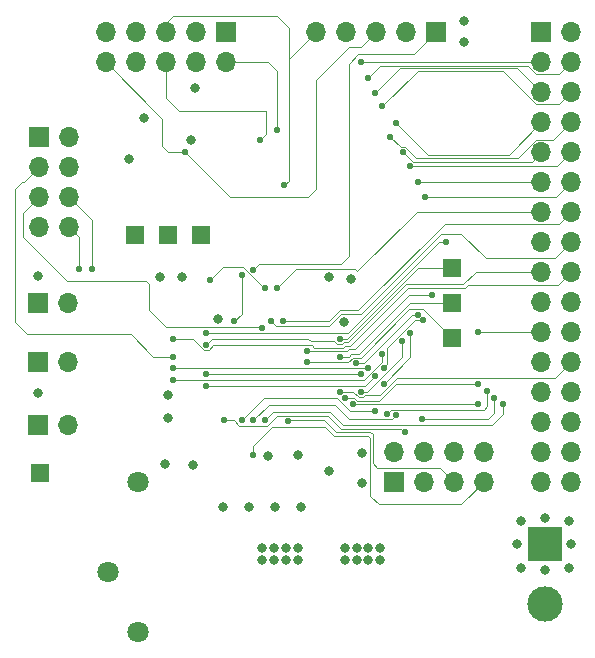
<source format=gbr>
%TF.GenerationSoftware,KiCad,Pcbnew,(6.0.6)*%
%TF.CreationDate,2022-09-22T18:41:47+01:00*%
%TF.ProjectId,ConverterBoard,436f6e76-6572-4746-9572-426f6172642e,rev?*%
%TF.SameCoordinates,Original*%
%TF.FileFunction,Copper,L4,Bot*%
%TF.FilePolarity,Positive*%
%FSLAX46Y46*%
G04 Gerber Fmt 4.6, Leading zero omitted, Abs format (unit mm)*
G04 Created by KiCad (PCBNEW (6.0.6)) date 2022-09-22 18:41:47*
%MOMM*%
%LPD*%
G01*
G04 APERTURE LIST*
%TA.AperFunction,ComponentPad*%
%ADD10R,1.700000X1.700000*%
%TD*%
%TA.AperFunction,ComponentPad*%
%ADD11O,1.700000X1.700000*%
%TD*%
%TA.AperFunction,ComponentPad*%
%ADD12R,1.500000X1.500000*%
%TD*%
%TA.AperFunction,ComponentPad*%
%ADD13R,3.000000X3.000000*%
%TD*%
%TA.AperFunction,ComponentPad*%
%ADD14C,3.000000*%
%TD*%
%TA.AperFunction,ComponentPad*%
%ADD15C,1.800000*%
%TD*%
%TA.AperFunction,ViaPad*%
%ADD16C,0.800000*%
%TD*%
%TA.AperFunction,ViaPad*%
%ADD17C,0.565000*%
%TD*%
%TA.AperFunction,Conductor*%
%ADD18C,0.100000*%
%TD*%
G04 APERTURE END LIST*
D10*
%TO.P,J3,1,Pin_1*%
%TO.N,GND*%
X119975000Y-93950000D03*
D11*
%TO.P,J3,2,Pin_2*%
%TO.N,Net-(C3-Pad1)*%
X122515000Y-93950000D03*
%TD*%
D12*
%TO.P,TP3,1,1*%
%TO.N,TIM16_CH2*%
X155000000Y-86000000D03*
%TD*%
D11*
%TO.P,ST-LINK1,10,Pin_10*%
%TO.N,SWO*%
X125730000Y-68580000D03*
%TO.P,ST-LINK1,9,Pin_9*%
%TO.N,unconnected-(ST-LINK1-Pad9)*%
X125730000Y-66040000D03*
%TO.P,ST-LINK1,8,Pin_8*%
%TO.N,+3.3V*%
X128270000Y-68580000D03*
%TO.P,ST-LINK1,7,Pin_7*%
X128270000Y-66040000D03*
%TO.P,ST-LINK1,6,Pin_6*%
%TO.N,SWDCLK*%
X130810000Y-68580000D03*
%TO.P,ST-LINK1,5,Pin_5*%
%TO.N,JTDI*%
X130810000Y-66040000D03*
%TO.P,ST-LINK1,4,Pin_4*%
%TO.N,GND*%
X133350000Y-68580000D03*
%TO.P,ST-LINK1,3,Pin_3*%
X133350000Y-66040000D03*
%TO.P,ST-LINK1,2,Pin_2*%
%TO.N,SWDIO*%
X135890000Y-68580000D03*
D10*
%TO.P,ST-LINK1,1,Pin_1*%
%TO.N,NRST*%
X135890000Y-66040000D03*
%TD*%
D13*
%TO.P,J1,1,Pin_1*%
%TO.N,GND*%
X162900000Y-109400000D03*
D14*
%TO.P,J1,2,Pin_2*%
%TO.N,+5V*%
X162900000Y-114480000D03*
%TD*%
D15*
%TO.P,RV1,1,1*%
%TO.N,+3.3VA*%
X128400000Y-104100000D03*
%TO.P,RV1,2,2*%
%TO.N,Net-(C4-Pad1)*%
X125860000Y-111720000D03*
%TO.P,RV1,3,3*%
%TO.N,GND*%
X128400000Y-116800000D03*
%TD*%
D10*
%TO.P,ENCODER1,1,Pin_1*%
%TO.N,Net-(ENCODER1-Pad1)*%
X153665000Y-66040000D03*
D11*
%TO.P,ENCODER1,2,Pin_2*%
%TO.N,GND*%
X151125000Y-66040000D03*
%TO.P,ENCODER1,3,Pin_3*%
%TO.N,SWO*%
X148585000Y-66040000D03*
%TO.P,ENCODER1,4,Pin_4*%
%TO.N,GND*%
X146045000Y-66040000D03*
%TO.P,ENCODER1,5,Pin_5*%
%TO.N,JTDI*%
X143505000Y-66040000D03*
%TD*%
%TO.P,J8,8,Pin_8*%
%TO.N,SPI_RESET*%
X122550000Y-82560000D03*
%TO.P,J8,7,Pin_7*%
%TO.N,SPI_DC*%
X120010000Y-82560000D03*
%TO.P,J8,6,Pin_6*%
%TO.N,SPI_CS*%
X122550000Y-80020000D03*
%TO.P,J8,5,Pin_5*%
%TO.N,SPI_MOSI*%
X120010000Y-80020000D03*
%TO.P,J8,4,Pin_4*%
%TO.N,GND*%
X122550000Y-77480000D03*
%TO.P,J8,3,Pin_3*%
%TO.N,SPI_SCK*%
X120010000Y-77480000D03*
%TO.P,J8,2,Pin_2*%
%TO.N,+3.3V*%
X122550000Y-74940000D03*
D10*
%TO.P,J8,1,Pin_1*%
%TO.N,Net-(J8-Pad1)*%
X120010000Y-74940000D03*
%TD*%
%TO.P,J5,1,Pin_1*%
%TO.N,GND*%
X119975000Y-99300000D03*
D11*
%TO.P,J5,2,Pin_2*%
%TO.N,Net-(C2-Pad1)*%
X122515000Y-99300000D03*
%TD*%
D12*
%TO.P,TP1,1,1*%
%TO.N,TIM1_CH1*%
X155000000Y-91900000D03*
%TD*%
%TO.P,TP6,1,1*%
%TO.N,TIM4_CH2*%
X128200000Y-83200000D03*
%TD*%
%TO.P,TP4,1,1*%
%TO.N,TIM3_CH2*%
X133800000Y-83200000D03*
%TD*%
%TO.P,TP2,1,1*%
%TO.N,TIM1_CH2*%
X155000000Y-89000000D03*
%TD*%
%TO.P,TP7,1,1*%
%TO.N,COMP1_OUT*%
X120100000Y-103400000D03*
%TD*%
D10*
%TO.P,J2,1,Pin_1*%
%TO.N,GND*%
X120000000Y-89000000D03*
D11*
%TO.P,J2,2,Pin_2*%
%TO.N,Net-(J2-Pad2)*%
X122540000Y-89000000D03*
%TD*%
D12*
%TO.P,TP5,1,1*%
%TO.N,TIM8_CH1*%
X131000000Y-83200000D03*
%TD*%
D10*
%TO.P,J6,1,Pin_1*%
%TO.N,GND*%
X162555000Y-66040000D03*
D11*
%TO.P,J6,2,Pin_2*%
%TO.N,+3.3V*%
X165095000Y-66040000D03*
%TO.P,J6,3,Pin_3*%
%TO.N,TFT_D1*%
X162555000Y-68580000D03*
%TO.P,J6,4,Pin_4*%
%TO.N,TFT_D0*%
X165095000Y-68580000D03*
%TO.P,J6,5,Pin_5*%
%TO.N,TFT_D3*%
X162555000Y-71120000D03*
%TO.P,J6,6,Pin_6*%
%TO.N,TFT_D2*%
X165095000Y-71120000D03*
%TO.P,J6,7,Pin_7*%
%TO.N,TFT_D5*%
X162555000Y-73660000D03*
%TO.P,J6,8,Pin_8*%
%TO.N,TFT_D4*%
X165095000Y-73660000D03*
%TO.P,J6,9,Pin_9*%
%TO.N,TFT_D7*%
X162555000Y-76200000D03*
%TO.P,J6,10,Pin_10*%
%TO.N,TFT_D6*%
X165095000Y-76200000D03*
%TO.P,J6,11,Pin_11*%
%TO.N,TFT_D9*%
X162555000Y-78740000D03*
%TO.P,J6,12,Pin_12*%
%TO.N,TFT_D8*%
X165095000Y-78740000D03*
%TO.P,J6,13,Pin_13*%
%TO.N,TFT_D11*%
X162555000Y-81280000D03*
%TO.P,J6,14,Pin_14*%
%TO.N,TFT_D10*%
X165095000Y-81280000D03*
%TO.P,J6,15,Pin_15*%
%TO.N,TFT_D13*%
X162555000Y-83820000D03*
%TO.P,J6,16,Pin_16*%
%TO.N,TFT_D12*%
X165095000Y-83820000D03*
%TO.P,J6,17,Pin_17*%
%TO.N,TFT_D15*%
X162555000Y-86360000D03*
%TO.P,J6,18,Pin_18*%
%TO.N,TFT_D14*%
X165095000Y-86360000D03*
%TO.P,J6,19,Pin_19*%
%TO.N,TFT_RS*%
X162555000Y-88900000D03*
%TO.P,J6,20,Pin_20*%
%TO.N,TFT_CS*%
X165095000Y-88900000D03*
%TO.P,J6,21,Pin_21*%
%TO.N,TFT_RD*%
X162555000Y-91440000D03*
%TO.P,J6,22,Pin_22*%
%TO.N,TFT_WR*%
X165095000Y-91440000D03*
%TO.P,J6,23,Pin_23*%
%TO.N,unconnected-(J6-Pad23)*%
X162555000Y-93980000D03*
%TO.P,J6,24,Pin_24*%
%TO.N,TFT_RESET*%
X165095000Y-93980000D03*
%TO.P,J6,25,Pin_25*%
%TO.N,unconnected-(J6-Pad25)*%
X162555000Y-96520000D03*
%TO.P,J6,26,Pin_26*%
%TO.N,unconnected-(J6-Pad26)*%
X165095000Y-96520000D03*
%TO.P,J6,27,Pin_27*%
%TO.N,unconnected-(J6-Pad27)*%
X162555000Y-99060000D03*
%TO.P,J6,28,Pin_28*%
%TO.N,unconnected-(J6-Pad28)*%
X165095000Y-99060000D03*
%TO.P,J6,29,Pin_29*%
%TO.N,unconnected-(J6-Pad29)*%
X162555000Y-101600000D03*
%TO.P,J6,30,Pin_30*%
%TO.N,unconnected-(J6-Pad30)*%
X165095000Y-101600000D03*
%TO.P,J6,31,Pin_31*%
%TO.N,unconnected-(J6-Pad31)*%
X162555000Y-104140000D03*
%TO.P,J6,32,Pin_32*%
%TO.N,unconnected-(J6-Pad32)*%
X165095000Y-104140000D03*
%TD*%
D10*
%TO.P,J7,1,Pin_1*%
%TO.N,+3.3V*%
X150100000Y-104100000D03*
D11*
%TO.P,J7,2,Pin_2*%
%TO.N,GND*%
X150100000Y-101560000D03*
%TO.P,J7,3,Pin_3*%
%TO.N,PB13*%
X152640000Y-104100000D03*
%TO.P,J7,4,Pin_4*%
%TO.N,PA5*%
X152640000Y-101560000D03*
%TO.P,J7,5,Pin_5*%
%TO.N,PB10*%
X155180000Y-104100000D03*
%TO.P,J7,6,Pin_6*%
%TO.N,PA7*%
X155180000Y-101560000D03*
%TO.P,J7,7,Pin_7*%
%TO.N,PB0*%
X157720000Y-104100000D03*
%TO.P,J7,8,Pin_8*%
%TO.N,PA10*%
X157720000Y-101560000D03*
%TD*%
D16*
%TO.N,GND*%
X141954977Y-101845023D03*
X156000000Y-66900000D03*
%TO.N,+3.3V*%
X156000000Y-65100000D03*
D17*
%TO.N,SPI_CS*%
X124500000Y-86100000D03*
%TO.N,SPI_RESET*%
X123400000Y-86100000D03*
D16*
%TO.N,GND*%
X135200000Y-90350500D03*
D17*
%TO.N,Net-(R6-Pad1)*%
X136600000Y-90500000D03*
D16*
%TO.N,GND*%
X137800000Y-106200000D03*
X119975000Y-96575000D03*
X140000000Y-106200000D03*
X120000000Y-86700000D03*
X133300000Y-70800000D03*
X139400000Y-101900000D03*
X132900000Y-75200000D03*
X142200000Y-106200000D03*
X162900000Y-107200000D03*
X147400000Y-101635000D03*
X160500000Y-109400000D03*
X160900000Y-111400000D03*
X131000000Y-98700000D03*
X146500000Y-86900000D03*
X135600000Y-106200000D03*
X130700000Y-102600000D03*
X162900000Y-111600000D03*
X145900000Y-90600000D03*
X165100000Y-109400000D03*
X164900000Y-111400000D03*
X160900000Y-107400000D03*
X127650000Y-76750000D03*
X130300000Y-86800000D03*
X130985465Y-96739354D03*
X164900000Y-107400000D03*
%TO.N,+3.3V*%
X147945000Y-109695000D03*
X147945000Y-110695000D03*
X147400000Y-104200000D03*
X148945000Y-110695000D03*
X146945000Y-110695000D03*
X141945000Y-109695000D03*
X144600000Y-103200000D03*
X146945000Y-109695000D03*
X145945000Y-110695000D03*
X145945000Y-109695000D03*
X148945000Y-109695000D03*
X141945000Y-110695000D03*
X139945000Y-109695000D03*
X133115201Y-102715201D03*
X138945000Y-109695000D03*
X139945000Y-110695000D03*
X140945000Y-110695000D03*
X132200000Y-86800000D03*
X140945000Y-109695000D03*
X144600000Y-86800000D03*
X138945000Y-110695000D03*
X128900000Y-73300000D03*
D17*
%TO.N,JTDI*%
X140800000Y-79000000D03*
%TO.N,SWDCLK*%
X138800000Y-75200000D03*
%TO.N,SWDIO*%
X140200000Y-74300000D03*
%TO.N,SWO*%
X132400000Y-76200000D03*
%TO.N,TFT_D1*%
X147300000Y-95000000D03*
X147320000Y-68580000D03*
X134200000Y-95000000D03*
%TO.N,TFT_D0*%
X131400000Y-94500000D03*
X147900000Y-69900000D03*
X147900000Y-94500000D03*
%TO.N,TFT_D3*%
X148536043Y-95136043D03*
X134200000Y-96000000D03*
X148500000Y-71200000D03*
%TO.N,TFT_D2*%
X131400000Y-95500000D03*
X149100000Y-93300000D03*
X149100000Y-72300000D03*
%TO.N,TFT_D5*%
X138200000Y-98900000D03*
X150300000Y-73700000D03*
X150300000Y-98449500D03*
%TO.N,TFT_D4*%
X149800000Y-74900000D03*
X148500000Y-98100000D03*
X137200000Y-98900000D03*
%TO.N,TFT_D7*%
X147300000Y-96500000D03*
X150800000Y-92200000D03*
X150900000Y-76200000D03*
%TO.N,TFT_D6*%
X151500000Y-91500000D03*
X151500000Y-77400000D03*
X149250500Y-95800000D03*
%TO.N,TFT_D9*%
X152100000Y-89949500D03*
X146870500Y-94050500D03*
X152100000Y-78700000D03*
%TO.N,TFT_D8*%
X152700000Y-80000000D03*
X152600000Y-90400000D03*
X149234345Y-94437741D03*
%TO.N,TFT_D11*%
X140200000Y-87700000D03*
%TO.N,TFT_D10*%
X140680000Y-90498000D03*
%TO.N,TFT_D13*%
X154500000Y-83800000D03*
X134200000Y-91500000D03*
%TO.N,TFT_D12*%
X139700000Y-90500000D03*
%TO.N,TFT_D15*%
X134200000Y-92500000D03*
%TO.N,TFT_D14*%
X131400000Y-92000000D03*
%TO.N,TFT_RS*%
X158000000Y-96400000D03*
X149500000Y-98350500D03*
%TO.N,TFT_CS*%
X152500000Y-98800500D03*
X158600000Y-97000000D03*
%TO.N,TFT_RD*%
X157200000Y-91400000D03*
X157200000Y-95800000D03*
X146000000Y-97000000D03*
%TO.N,TFT_WR*%
X159300000Y-97500000D03*
X139200000Y-98900000D03*
%TO.N,TFT_RESET*%
X145500000Y-96500000D03*
%TO.N,PB13*%
X146600000Y-97500000D03*
X157200000Y-97500000D03*
%TO.N,PB10*%
X141132155Y-98967845D03*
%TO.N,PB0*%
X138200000Y-101800000D03*
%TO.N,PA10*%
X153300000Y-88300000D03*
X142700000Y-93000000D03*
%TO.N,PA5*%
X135700000Y-98900000D03*
X151000000Y-99900000D03*
%TO.N,SPI_SCK*%
X131400000Y-93500000D03*
%TO.N,SPI_MOSI*%
X138900000Y-91068000D03*
%TO.N,SPI_RESET*%
X134500000Y-87000000D03*
X139200000Y-87700000D03*
%TO.N,Net-(R6-Pad1)*%
X137200000Y-86568000D03*
%TO.N,TIM1_CH1*%
X142700000Y-94000000D03*
%TO.N,TIM1_CH2*%
X145500000Y-93500000D03*
%TO.N,TIM16_CH2*%
X145500000Y-92000000D03*
%TO.N,Net-(ENCODER1-Pad1)*%
X138200000Y-86200000D03*
%TD*%
D18*
%TO.N,PA5*%
X136563603Y-98900000D02*
X135700000Y-98900000D01*
X137013603Y-99350000D02*
X136563603Y-98900000D01*
X139386397Y-99350000D02*
X137013603Y-99350000D01*
X140236397Y-98500000D02*
X139386397Y-99350000D01*
X145651472Y-99600000D02*
X144551472Y-98500000D01*
X150700000Y-99600000D02*
X145651472Y-99600000D01*
X151000000Y-99900000D02*
X150700000Y-99600000D01*
X144551472Y-98500000D02*
X140236397Y-98500000D01*
%TO.N,PB0*%
X138200000Y-101100000D02*
X138200000Y-101800000D01*
X144300000Y-99500000D02*
X139800000Y-99500000D01*
X145000000Y-100200000D02*
X144300000Y-99500000D01*
X148100000Y-100400000D02*
X147900000Y-100200000D01*
X148100000Y-105300000D02*
X148100000Y-100400000D01*
X148800000Y-106000000D02*
X148100000Y-105300000D01*
X155820000Y-106000000D02*
X148800000Y-106000000D01*
X157720000Y-104100000D02*
X155820000Y-106000000D01*
X139800000Y-99500000D02*
X138200000Y-101100000D01*
%TO.N,PB10*%
X148700000Y-102900000D02*
X153980000Y-102900000D01*
X148300000Y-100100000D02*
X148300000Y-102500000D01*
X148300000Y-102500000D02*
X148700000Y-102900000D01*
X148100000Y-99900000D02*
X148300000Y-100100000D01*
X144200000Y-98900000D02*
X145200000Y-99900000D01*
%TO.N,PB0*%
X147900000Y-100200000D02*
X145000000Y-100200000D01*
%TO.N,PB10*%
X141200000Y-98900000D02*
X144200000Y-98900000D01*
X141132155Y-98967845D02*
X141200000Y-98900000D01*
X145200000Y-99900000D02*
X148100000Y-99900000D01*
X153980000Y-102900000D02*
X155180000Y-104100000D01*
%TO.N,TFT_D5*%
X153000000Y-76400000D02*
X150300000Y-73700000D01*
X159815000Y-76400000D02*
X153000000Y-76400000D01*
X162555000Y-73660000D02*
X159815000Y-76400000D01*
%TO.N,TFT_D4*%
X162140786Y-75200000D02*
X163555000Y-75200000D01*
X151079148Y-75767500D02*
X152011648Y-76700000D01*
X150720852Y-75767500D02*
X151079148Y-75767500D01*
X160640786Y-76700000D02*
X162140786Y-75200000D01*
X150694176Y-75794176D02*
X150720852Y-75767500D01*
X152011648Y-76700000D02*
X160640786Y-76700000D01*
X163555000Y-75200000D02*
X165095000Y-73660000D01*
X149800000Y-74900000D02*
X150694176Y-75794176D01*
%TO.N,TFT_D7*%
X161755000Y-77000000D02*
X151700000Y-77000000D01*
X151700000Y-77000000D02*
X150900000Y-76200000D01*
X162555000Y-76200000D02*
X161755000Y-77000000D01*
%TO.N,TFT_D2*%
X152100000Y-69300000D02*
X149100000Y-72300000D01*
X162140786Y-72120000D02*
X159320786Y-69300000D01*
X164095000Y-72120000D02*
X162140786Y-72120000D01*
X165095000Y-71120000D02*
X164095000Y-72120000D01*
X159320786Y-69300000D02*
X152100000Y-69300000D01*
%TO.N,TFT_D3*%
X150600000Y-69100000D02*
X148500000Y-71200000D01*
X160535000Y-69100000D02*
X150600000Y-69100000D01*
X162555000Y-71120000D02*
X160535000Y-69100000D01*
%TO.N,TFT_D0*%
X148900000Y-68900000D02*
X147900000Y-69900000D01*
X164095000Y-69580000D02*
X162140786Y-69580000D01*
X162140786Y-69580000D02*
X161460786Y-68900000D01*
X161460786Y-68900000D02*
X148900000Y-68900000D01*
X165095000Y-68580000D02*
X164095000Y-69580000D01*
%TO.N,TFT_D8*%
X163835000Y-80000000D02*
X152700000Y-80000000D01*
X165095000Y-78740000D02*
X163835000Y-80000000D01*
%TO.N,JTDI*%
X141200000Y-68345000D02*
X141200000Y-69300000D01*
X143505000Y-66040000D02*
X141200000Y-68345000D01*
X141200000Y-69300000D02*
X141200000Y-78600000D01*
X141200000Y-65700000D02*
X141200000Y-69300000D01*
%TO.N,SPI_RESET*%
X123400000Y-83410000D02*
X122550000Y-82560000D01*
X123400000Y-86100000D02*
X123400000Y-83410000D01*
%TO.N,SPI_CS*%
X124500000Y-81970000D02*
X122550000Y-80020000D01*
X124500000Y-86100000D02*
X124500000Y-81970000D01*
%TO.N,Net-(R6-Pad1)*%
X137200000Y-89900000D02*
X136600000Y-90500000D01*
X137200000Y-86568000D02*
X137200000Y-89900000D01*
%TO.N,SPI_RESET*%
X135600000Y-85900000D02*
X134500000Y-87000000D01*
X137288352Y-85900000D02*
X135600000Y-85900000D01*
X139088352Y-87700000D02*
X137288352Y-85900000D01*
X139200000Y-87700000D02*
X139088352Y-87700000D01*
%TO.N,SPI_MOSI*%
X118700000Y-81330000D02*
X120010000Y-80020000D01*
X122400000Y-87100000D02*
X118700000Y-83400000D01*
X129100000Y-87100000D02*
X122400000Y-87100000D01*
X130800000Y-91000000D02*
X129400000Y-89600000D01*
X129400000Y-87400000D02*
X129100000Y-87100000D01*
X138832000Y-91000000D02*
X130800000Y-91000000D01*
X129400000Y-89600000D02*
X129400000Y-87400000D01*
X138900000Y-91068000D02*
X138832000Y-91000000D01*
X118700000Y-83400000D02*
X118700000Y-81330000D01*
%TO.N,TFT_D15*%
X134700000Y-92000000D02*
X134200000Y-92500000D01*
X142860661Y-92000000D02*
X134700000Y-92000000D01*
X143060661Y-92200000D02*
X142860661Y-92000000D01*
X145063603Y-92200000D02*
X143060661Y-92200000D01*
X146248528Y-92300000D02*
X145836397Y-92300000D01*
X145836397Y-92300000D02*
X145686397Y-92450000D01*
X145313603Y-92450000D02*
X145063603Y-92200000D01*
X155975736Y-87400000D02*
X151148528Y-87400000D01*
X157015736Y-86360000D02*
X155975736Y-87400000D01*
X162555000Y-86360000D02*
X157015736Y-86360000D01*
X151148528Y-87400000D02*
X146248528Y-92300000D01*
X145686397Y-92450000D02*
X145313603Y-92450000D01*
%TO.N,TFT_D14*%
X164020000Y-87435000D02*
X156365000Y-87435000D01*
X165095000Y-86360000D02*
X164020000Y-87435000D01*
X151272792Y-87700000D02*
X146372792Y-92600000D01*
X156365000Y-87435000D02*
X156100000Y-87700000D01*
X145960661Y-92600000D02*
X145810661Y-92750000D01*
X156100000Y-87700000D02*
X151272792Y-87700000D01*
X146372792Y-92600000D02*
X145960661Y-92600000D01*
X145810661Y-92750000D02*
X143334925Y-92750000D01*
X143334925Y-92750000D02*
X143134925Y-92550000D01*
X143134925Y-92550000D02*
X134786397Y-92550000D01*
X134786397Y-92550000D02*
X134403897Y-92932500D01*
X134403897Y-92932500D02*
X134020852Y-92932500D01*
X134020852Y-92932500D02*
X133088352Y-92000000D01*
X133088352Y-92000000D02*
X131400000Y-92000000D01*
%TO.N,Net-(ENCODER1-Pad1)*%
X151805000Y-67900000D02*
X153665000Y-66040000D01*
X146300000Y-85000000D02*
X146300000Y-68700000D01*
X146300000Y-68700000D02*
X147100000Y-67900000D01*
X145600000Y-85700000D02*
X146300000Y-85000000D01*
X138700000Y-85700000D02*
X145600000Y-85700000D01*
X138200000Y-86200000D02*
X138700000Y-85700000D01*
X147100000Y-67900000D02*
X151805000Y-67900000D01*
%TO.N,SWO*%
X146300000Y-67300000D02*
X147325000Y-67300000D01*
X143500000Y-70100000D02*
X146300000Y-67300000D01*
X143500000Y-79300000D02*
X143500000Y-70100000D01*
X136200000Y-80000000D02*
X142800000Y-80000000D01*
X132400000Y-76200000D02*
X136200000Y-80000000D01*
X142800000Y-80000000D02*
X143500000Y-79300000D01*
X147325000Y-67300000D02*
X148585000Y-66040000D01*
%TO.N,JTDI*%
X130810000Y-66040000D02*
X130810000Y-65290000D01*
X141200000Y-78600000D02*
X140800000Y-79000000D01*
X130810000Y-65290000D02*
X131400000Y-64700000D01*
X140200000Y-64700000D02*
X141200000Y-65700000D01*
X131400000Y-64700000D02*
X140200000Y-64700000D01*
%TO.N,SWDCLK*%
X139300000Y-72700000D02*
X139300000Y-74700000D01*
X139300000Y-74700000D02*
X138800000Y-75200000D01*
X130810000Y-68580000D02*
X130810000Y-71610000D01*
X130810000Y-71610000D02*
X131900000Y-72700000D01*
X131900000Y-72700000D02*
X139300000Y-72700000D01*
%TO.N,SWDIO*%
X139480000Y-68580000D02*
X140200000Y-69300000D01*
X140200000Y-69300000D02*
X140200000Y-74300000D01*
X135890000Y-68580000D02*
X139480000Y-68580000D01*
%TO.N,SWO*%
X131000000Y-76200000D02*
X132400000Y-76200000D01*
X130500000Y-73350000D02*
X130500000Y-75700000D01*
X130500000Y-75700000D02*
X131000000Y-76200000D01*
X125730000Y-68580000D02*
X130500000Y-73350000D01*
%TO.N,TFT_D1*%
X147300000Y-95000000D02*
X134200000Y-95000000D01*
X162555000Y-68580000D02*
X147320000Y-68580000D01*
%TO.N,TFT_D0*%
X147900000Y-94500000D02*
X131400000Y-94500000D01*
%TO.N,TFT_D3*%
X147672086Y-96000000D02*
X134200000Y-96000000D01*
X148536043Y-95136043D02*
X147672086Y-96000000D01*
%TO.N,TFT_D2*%
X149100000Y-93936397D02*
X147536397Y-95500000D01*
X147536397Y-95500000D02*
X131400000Y-95500000D01*
X149100000Y-93300000D02*
X149100000Y-93936397D01*
%TO.N,TFT_D5*%
X145135690Y-97600000D02*
X139500000Y-97600000D01*
X150300000Y-98449500D02*
X149949500Y-98800000D01*
X146335690Y-98800000D02*
X145135690Y-97600000D01*
X139500000Y-97600000D02*
X138200000Y-98900000D01*
X149949500Y-98800000D02*
X146335690Y-98800000D01*
%TO.N,TFT_D4*%
X146400000Y-98100000D02*
X148500000Y-98100000D01*
X145300000Y-97000000D02*
X146400000Y-98100000D01*
X137200000Y-98900000D02*
X139100000Y-97000000D01*
X139100000Y-97000000D02*
X145300000Y-97000000D01*
%TO.N,TFT_D7*%
X150800000Y-92200000D02*
X150800000Y-93508483D01*
X150800000Y-93508483D02*
X147808483Y-96500000D01*
X147808483Y-96500000D02*
X147300000Y-96500000D01*
%TO.N,TFT_D6*%
X151500000Y-93572086D02*
X151500000Y-91500000D01*
X163895000Y-77400000D02*
X165095000Y-76200000D01*
X149250500Y-95800000D02*
X149272086Y-95800000D01*
X151500000Y-77400000D02*
X163895000Y-77400000D01*
X149272086Y-95800000D02*
X151500000Y-93572086D01*
%TO.N,TFT_D9*%
X146870500Y-94050500D02*
X147549500Y-94050500D01*
X147549500Y-94050500D02*
X151650500Y-89949500D01*
X162555000Y-78740000D02*
X152140000Y-78740000D01*
X152140000Y-78740000D02*
X152100000Y-78700000D01*
X151650500Y-89949500D02*
X152100000Y-89949500D01*
%TO.N,TFT_D8*%
X152600000Y-90400000D02*
X151900000Y-90400000D01*
X149550000Y-92750000D02*
X149550000Y-94122086D01*
X151900000Y-90400000D02*
X149550000Y-92750000D01*
X149550000Y-94122086D02*
X149234345Y-94437741D01*
%TO.N,TFT_D11*%
X152020000Y-81280000D02*
X162555000Y-81280000D01*
X140200000Y-87700000D02*
X141775000Y-86125000D01*
X141775000Y-86125000D02*
X146825000Y-86125000D01*
X146825000Y-86125000D02*
X147000000Y-86300000D01*
X147000000Y-86300000D02*
X152020000Y-81280000D01*
%TO.N,TFT_D10*%
X145500000Y-89600000D02*
X144600000Y-90500000D01*
X140680000Y-90500000D02*
X140680000Y-90498000D01*
X164095000Y-82280000D02*
X154420000Y-82280000D01*
X147100000Y-89600000D02*
X145500000Y-89600000D01*
X154420000Y-82280000D02*
X147100000Y-89600000D01*
X165095000Y-81280000D02*
X164095000Y-82280000D01*
X144600000Y-90500000D02*
X140680000Y-90500000D01*
%TO.N,TFT_D13*%
X146200000Y-91500000D02*
X134200000Y-91500000D01*
X154500000Y-83800000D02*
X153900000Y-83800000D01*
X153900000Y-83800000D02*
X146200000Y-91500000D01*
%TO.N,TFT_D12*%
X163750011Y-85164989D02*
X157864989Y-85164989D01*
X157864989Y-85164989D02*
X155800000Y-83100000D01*
X144594264Y-90930000D02*
X140130000Y-90930000D01*
X154100000Y-83100000D02*
X147300000Y-89900000D01*
X165095000Y-83820000D02*
X163750011Y-85164989D01*
X140130000Y-90930000D02*
X139700000Y-90500000D01*
X145624264Y-89900000D02*
X144594264Y-90930000D01*
X147300000Y-89900000D02*
X145624264Y-89900000D01*
X155800000Y-83100000D02*
X154100000Y-83100000D01*
%TO.N,TFT_RS*%
X149500000Y-98350500D02*
X149850500Y-98000000D01*
X149850500Y-98000000D02*
X157700000Y-98000000D01*
X157700000Y-98000000D02*
X158000000Y-97700000D01*
X158000000Y-97700000D02*
X158000000Y-96400000D01*
%TO.N,TFT_CS*%
X152500000Y-98800500D02*
X158099500Y-98800500D01*
X158600000Y-98300000D02*
X158600000Y-97000000D01*
X158099500Y-98800500D02*
X158600000Y-98300000D01*
%TO.N,TFT_RD*%
X146739339Y-97000000D02*
X146989339Y-97250000D01*
X150311161Y-95800000D02*
X157200000Y-95800000D01*
X146989339Y-97250000D02*
X148861161Y-97250000D01*
X157240000Y-91440000D02*
X157200000Y-91400000D01*
X162555000Y-91440000D02*
X157240000Y-91440000D01*
X146000000Y-97000000D02*
X146739339Y-97000000D01*
X148861161Y-97250000D02*
X150311161Y-95800000D01*
%TO.N,TFT_WR*%
X159300000Y-98400000D02*
X159300000Y-97500000D01*
X139200000Y-98900000D02*
X139900000Y-98200000D01*
X144675736Y-98200000D02*
X145775736Y-99300000D01*
X145775736Y-99300000D02*
X158400000Y-99300000D01*
X139900000Y-98200000D02*
X144675736Y-98200000D01*
X158400000Y-99300000D02*
X159300000Y-98400000D01*
%TO.N,TFT_RESET*%
X148886897Y-96800000D02*
X150386897Y-95300000D01*
X147486397Y-96950000D02*
X147636398Y-96800000D01*
X150386897Y-95300000D02*
X163775000Y-95300000D01*
X146663603Y-96500000D02*
X147113603Y-96950000D01*
X145500000Y-96500000D02*
X146663603Y-96500000D01*
X163775000Y-95300000D02*
X165095000Y-93980000D01*
X147636398Y-96800000D02*
X148886897Y-96800000D01*
X147113603Y-96950000D02*
X147486397Y-96950000D01*
%TO.N,PB13*%
X146650000Y-97550000D02*
X157150000Y-97550000D01*
X157150000Y-97550000D02*
X157200000Y-97500000D01*
X146600000Y-97500000D02*
X146650000Y-97550000D01*
%TO.N,PA10*%
X142750000Y-93050000D02*
X146150000Y-93050000D01*
X146150000Y-93050000D02*
X146300000Y-92900000D01*
X146300000Y-92900000D02*
X146800000Y-92900000D01*
X151400000Y-88300000D02*
X153300000Y-88300000D01*
X146800000Y-92900000D02*
X151400000Y-88300000D01*
X142700000Y-93000000D02*
X142750000Y-93050000D01*
%TO.N,SPI_SCK*%
X118000000Y-79300000D02*
X118000000Y-90600000D01*
X120010000Y-77480000D02*
X118790000Y-78700000D01*
X118790000Y-78700000D02*
X118600000Y-78700000D01*
X118600000Y-78700000D02*
X118000000Y-79300000D01*
X118000000Y-90600000D02*
X119000000Y-91600000D01*
X129700000Y-93500000D02*
X131400000Y-93500000D01*
X119000000Y-91600000D02*
X127800000Y-91600000D01*
X127800000Y-91600000D02*
X129700000Y-93500000D01*
%TO.N,TIM1_CH1*%
X147299500Y-93600500D02*
X151400000Y-89500000D01*
X146200000Y-94000000D02*
X146599500Y-93600500D01*
X152600000Y-89500000D02*
X155000000Y-91900000D01*
X151400000Y-89500000D02*
X152600000Y-89500000D01*
X142700000Y-94000000D02*
X146200000Y-94000000D01*
X146599500Y-93600500D02*
X147299500Y-93600500D01*
%TO.N,TIM1_CH2*%
X147175736Y-93300000D02*
X151475736Y-89000000D01*
X146275736Y-93500000D02*
X146475736Y-93300000D01*
X151475736Y-89000000D02*
X155000000Y-89000000D01*
X145500000Y-93500000D02*
X146275736Y-93500000D01*
X146475736Y-93300000D02*
X147175736Y-93300000D01*
%TO.N,TIM16_CH2*%
X146124264Y-92000000D02*
X152124264Y-86000000D01*
X145500000Y-92000000D02*
X146124264Y-92000000D01*
X152124264Y-86000000D02*
X155000000Y-86000000D01*
%TD*%
M02*

</source>
